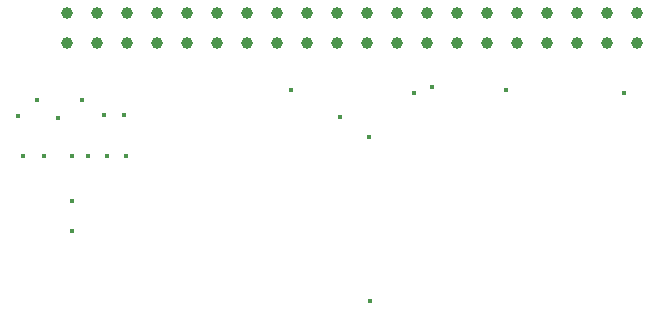
<source format=gbr>
%TF.GenerationSoftware,KiCad,Pcbnew,(5.0.0-3-g5ebb6b6)*%
%TF.CreationDate,2019-04-29T20:19:24+01:00*%
%TF.ProjectId,RFM69HCW-868-S2,52464D36394843572D3836382D53322E,1*%
%TF.SameCoordinates,Original*%
%TF.FileFunction,Plated,1,2,PTH,Drill*%
%TF.FilePolarity,Positive*%
%FSLAX46Y46*%
G04 Gerber Fmt 4.6, Leading zero omitted, Abs format (unit mm)*
G04 Created by KiCad (PCBNEW (5.0.0-3-g5ebb6b6)) date Monday, 29 April 2019 at 20:19:24*
%MOMM*%
%LPD*%
G01*
G04 APERTURE LIST*
%TA.AperFunction,ViaDrill*%
%ADD10C,0.400000*%
%TD*%
%TA.AperFunction,ComponentDrill*%
%ADD11C,1.000000*%
%TD*%
G04 APERTURE END LIST*
D10*
X38400000Y-43900000D03*
X38800000Y-47300000D03*
X40000000Y-42600000D03*
X40600000Y-47300000D03*
X41800000Y-44100000D03*
X42976800Y-51155600D03*
X42976800Y-53695600D03*
X43000000Y-47300000D03*
X43800000Y-42600000D03*
X44300000Y-47300000D03*
X45700000Y-43800000D03*
X45900000Y-47300000D03*
X47400000Y-43800000D03*
X47500000Y-47300000D03*
X61518800Y-41757600D03*
X65700000Y-44000000D03*
X68100000Y-45700000D03*
X68200000Y-59600000D03*
X71932800Y-42011600D03*
X73456800Y-41503600D03*
X79700000Y-41700000D03*
X89700000Y-42000000D03*
D11*
%TO.C,J2*%
X42510800Y-35213600D03*
X42510800Y-37753600D03*
X45050800Y-35213600D03*
X45050800Y-37753600D03*
X47590800Y-35213600D03*
X47590800Y-37753600D03*
X50130800Y-35213600D03*
X50130800Y-37753600D03*
X52670800Y-35213600D03*
X52670800Y-37753600D03*
X55210800Y-35213600D03*
X55210800Y-37753600D03*
X57750800Y-35213600D03*
X57750800Y-37753600D03*
X60290800Y-35213600D03*
X60290800Y-37753600D03*
X62830800Y-35213600D03*
X62830800Y-37753600D03*
X65370800Y-35213600D03*
X65370800Y-37753600D03*
X67910800Y-35213600D03*
X67910800Y-37753600D03*
X70450800Y-35213600D03*
X70450800Y-37753600D03*
X72990800Y-35213600D03*
X72990800Y-37753600D03*
X75530800Y-35213600D03*
X75530800Y-37753600D03*
X78070800Y-35213600D03*
X78070800Y-37753600D03*
X80610800Y-35213600D03*
X80610800Y-37753600D03*
X83150800Y-35213600D03*
X83150800Y-37753600D03*
X85690800Y-35213600D03*
X85690800Y-37753600D03*
X88230800Y-35213600D03*
X88230800Y-37753600D03*
X90770800Y-35213600D03*
X90770800Y-37753600D03*
M02*

</source>
